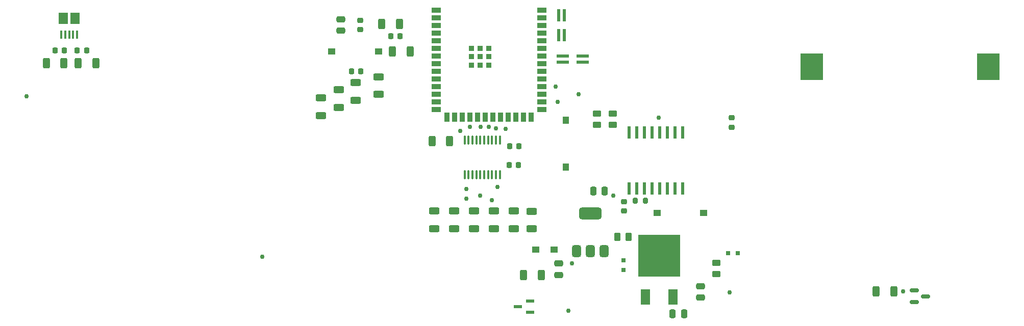
<source format=gbr>
%TF.GenerationSoftware,KiCad,Pcbnew,8.0.6*%
%TF.CreationDate,2024-11-20T22:12:31-08:00*%
%TF.ProjectId,SleepBud,536c6565-7042-4756-942e-6b696361645f,rev?*%
%TF.SameCoordinates,Original*%
%TF.FileFunction,Paste,Top*%
%TF.FilePolarity,Positive*%
%FSLAX46Y46*%
G04 Gerber Fmt 4.6, Leading zero omitted, Abs format (unit mm)*
G04 Created by KiCad (PCBNEW 8.0.6) date 2024-11-20 22:12:31*
%MOMM*%
%LPD*%
G01*
G04 APERTURE LIST*
G04 Aperture macros list*
%AMRoundRect*
0 Rectangle with rounded corners*
0 $1 Rounding radius*
0 $2 $3 $4 $5 $6 $7 $8 $9 X,Y pos of 4 corners*
0 Add a 4 corners polygon primitive as box body*
4,1,4,$2,$3,$4,$5,$6,$7,$8,$9,$2,$3,0*
0 Add four circle primitives for the rounded corners*
1,1,$1+$1,$2,$3*
1,1,$1+$1,$4,$5*
1,1,$1+$1,$6,$7*
1,1,$1+$1,$8,$9*
0 Add four rect primitives between the rounded corners*
20,1,$1+$1,$2,$3,$4,$5,0*
20,1,$1+$1,$4,$5,$6,$7,0*
20,1,$1+$1,$6,$7,$8,$9,0*
20,1,$1+$1,$8,$9,$2,$3,0*%
G04 Aperture macros list end*
%ADD10R,0.900000X0.900000*%
%ADD11R,1.500000X0.900000*%
%ADD12R,0.900000X1.500000*%
%ADD13C,0.750000*%
%ADD14R,0.800000X0.800000*%
%ADD15R,1.500000X2.500000*%
%ADD16R,7.000000X7.000000*%
%ADD17R,1.320800X0.558800*%
%ADD18RoundRect,0.225000X-0.250000X0.225000X-0.250000X-0.225000X0.250000X-0.225000X0.250000X0.225000X0*%
%ADD19RoundRect,0.250000X-0.312500X-0.625000X0.312500X-0.625000X0.312500X0.625000X-0.312500X0.625000X0*%
%ADD20RoundRect,0.225000X-0.225000X-0.250000X0.225000X-0.250000X0.225000X0.250000X-0.225000X0.250000X0*%
%ADD21RoundRect,0.250000X0.625000X-0.312500X0.625000X0.312500X-0.625000X0.312500X-0.625000X-0.312500X0*%
%ADD22RoundRect,0.250000X0.450000X-0.262500X0.450000X0.262500X-0.450000X0.262500X-0.450000X-0.262500X0*%
%ADD23RoundRect,0.250000X-0.625000X0.312500X-0.625000X-0.312500X0.625000X-0.312500X0.625000X0.312500X0*%
%ADD24R,1.250000X1.000000*%
%ADD25R,0.500000X2.000000*%
%ADD26R,1.143000X1.092200*%
%ADD27RoundRect,0.250000X-0.250000X-0.475000X0.250000X-0.475000X0.250000X0.475000X-0.250000X0.475000X0*%
%ADD28RoundRect,0.100000X-0.100000X0.637500X-0.100000X-0.637500X0.100000X-0.637500X0.100000X0.637500X0*%
%ADD29RoundRect,0.250000X0.312500X0.625000X-0.312500X0.625000X-0.312500X-0.625000X0.312500X-0.625000X0*%
%ADD30R,1.000000X1.250000*%
%ADD31R,0.400000X1.350000*%
%ADD32R,1.500000X1.900000*%
%ADD33R,2.000000X0.500000*%
%ADD34RoundRect,0.225000X0.225000X0.250000X-0.225000X0.250000X-0.225000X-0.250000X0.225000X-0.250000X0*%
%ADD35RoundRect,0.200000X-0.200000X-0.275000X0.200000X-0.275000X0.200000X0.275000X-0.200000X0.275000X0*%
%ADD36RoundRect,0.250000X-0.450000X0.262500X-0.450000X-0.262500X0.450000X-0.262500X0.450000X0.262500X0*%
%ADD37RoundRect,0.250000X-0.475000X0.250000X-0.475000X-0.250000X0.475000X-0.250000X0.475000X0.250000X0*%
%ADD38RoundRect,0.073750X0.221250X-0.951250X0.221250X0.951250X-0.221250X0.951250X-0.221250X-0.951250X0*%
%ADD39R,3.810000X4.495800*%
%ADD40RoundRect,0.375000X0.375000X-0.625000X0.375000X0.625000X-0.375000X0.625000X-0.375000X-0.625000X0*%
%ADD41RoundRect,0.500000X1.400000X-0.500000X1.400000X0.500000X-1.400000X0.500000X-1.400000X-0.500000X0*%
%ADD42RoundRect,0.250000X0.262500X0.450000X-0.262500X0.450000X-0.262500X-0.450000X0.262500X-0.450000X0*%
%ADD43RoundRect,0.150000X-0.587500X-0.150000X0.587500X-0.150000X0.587500X0.150000X-0.587500X0.150000X0*%
G04 APERTURE END LIST*
D10*
%TO.C,U3*%
X133380000Y-61590000D03*
X133380000Y-62990000D03*
X133380000Y-64390000D03*
X134780000Y-61590000D03*
X134780000Y-62990000D03*
X134780000Y-64390000D03*
X136180000Y-61590000D03*
X136180000Y-62990000D03*
X136180000Y-64390000D03*
D11*
X127530000Y-55270000D03*
X127530000Y-56540000D03*
X127530000Y-57810000D03*
X127530000Y-59080000D03*
X127530000Y-60350000D03*
X127530000Y-61620000D03*
X127530000Y-62890000D03*
X127530000Y-64160000D03*
X127530000Y-65430000D03*
X127530000Y-66700000D03*
X127530000Y-67970000D03*
X127530000Y-69240000D03*
X127530000Y-70510000D03*
X127530000Y-71780000D03*
D12*
X129295000Y-73030000D03*
X130565000Y-73030000D03*
X131835000Y-73030000D03*
X133105000Y-73030000D03*
X134375000Y-73030000D03*
X135645000Y-73030000D03*
X136915000Y-73030000D03*
X138185000Y-73030000D03*
X139455000Y-73030000D03*
X140725000Y-73030000D03*
X141995000Y-73030000D03*
X143265000Y-73030000D03*
D11*
X145030000Y-71780000D03*
X145030000Y-70510000D03*
X145030000Y-69240000D03*
X145030000Y-67970000D03*
X145030000Y-66700000D03*
X145030000Y-65430000D03*
X145030000Y-64160000D03*
X145030000Y-62890000D03*
X145030000Y-61620000D03*
X145030000Y-60350000D03*
X145030000Y-59080000D03*
X145030000Y-57810000D03*
X145030000Y-56540000D03*
X145030000Y-55270000D03*
%TD*%
D13*
%TO.C,TP16*%
X139000000Y-75012500D03*
%TD*%
D14*
%TO.C,D80*%
X158600000Y-98400000D03*
X158600000Y-96800000D03*
%TD*%
D15*
%TO.C,U2*%
X162190000Y-102880000D03*
D16*
X164490000Y-96030000D03*
D15*
X166790000Y-102880000D03*
%TD*%
D17*
%TO.C,Q1*%
X143100000Y-105500000D03*
X143100000Y-103569600D03*
X141068000Y-104534800D03*
%TD*%
D18*
%TO.C,C6*%
X114870000Y-56925000D03*
X114870000Y-58475000D03*
%TD*%
D19*
%TO.C,R3*%
X120217500Y-62090000D03*
X123142500Y-62090000D03*
%TD*%
D13*
%TO.C,TP4*%
X136700000Y-86800000D03*
%TD*%
%TO.C,TP10*%
X59530000Y-69570000D03*
%TD*%
D20*
%TO.C,C14*%
X139615000Y-80980000D03*
X141165000Y-80980000D03*
%TD*%
D19*
%TO.C,R1*%
X142017500Y-99290000D03*
X144942500Y-99290000D03*
%TD*%
D14*
%TO.C,D79*%
X177500000Y-95600000D03*
X175900000Y-95600000D03*
%TD*%
D21*
%TO.C,R10*%
X108400000Y-72745000D03*
X108400000Y-69820000D03*
%TD*%
D22*
%TO.C,R11*%
X154140000Y-74272500D03*
X154140000Y-72447500D03*
%TD*%
D23*
%TO.C,R19*%
X130478272Y-88642500D03*
X130478272Y-91567500D03*
%TD*%
D13*
%TO.C,TP13*%
X147660000Y-70500000D03*
%TD*%
%TO.C,TP22*%
X164390000Y-73140000D03*
%TD*%
D18*
%TO.C,C11*%
X158620000Y-87095000D03*
X158620000Y-88645000D03*
%TD*%
D24*
%TO.C,SW2*%
X171900000Y-88980000D03*
X164150000Y-88980000D03*
%TD*%
D13*
%TO.C,TP5*%
X137650000Y-84650000D03*
%TD*%
D20*
%TO.C,C9*%
X67935000Y-61930000D03*
X69485000Y-61930000D03*
%TD*%
D13*
%TO.C,TP20*%
X133100000Y-74600000D03*
%TD*%
%TO.C,TP8*%
X156920000Y-86050000D03*
%TD*%
D20*
%TO.C,C8*%
X113435000Y-65390000D03*
X114985000Y-65390000D03*
%TD*%
D18*
%TO.C,C12*%
X176490000Y-73140000D03*
X176490000Y-74690000D03*
%TD*%
D25*
%TO.C,JP1*%
X147780000Y-59370000D03*
X147780000Y-56070000D03*
X148780000Y-59370000D03*
X148780000Y-56070000D03*
%TD*%
D24*
%TO.C,SW1*%
X110175000Y-62110000D03*
X117925000Y-62110000D03*
%TD*%
D26*
%TO.C,CR1*%
X147096700Y-95040000D03*
X144023300Y-95040000D03*
%TD*%
D20*
%TO.C,C7*%
X119925000Y-59600000D03*
X121475000Y-59600000D03*
%TD*%
D19*
%TO.C,R2*%
X118457500Y-57510000D03*
X121382500Y-57510000D03*
%TD*%
D27*
%TO.C,C3*%
X166740000Y-105730000D03*
X168640000Y-105730000D03*
%TD*%
D19*
%TO.C,R8*%
X62777500Y-64100000D03*
X65702500Y-64100000D03*
%TD*%
D13*
%TO.C,TP18*%
X136200000Y-74600000D03*
%TD*%
D28*
%TO.C,U5*%
X138068272Y-76880000D03*
X137418272Y-76880000D03*
X136768272Y-76880000D03*
X136118272Y-76880000D03*
X135468272Y-76880000D03*
X134818272Y-76880000D03*
X134168272Y-76880000D03*
X133518272Y-76880000D03*
X132868272Y-76880000D03*
X132218272Y-76880000D03*
X132218272Y-82605000D03*
X132868272Y-82605000D03*
X133518272Y-82605000D03*
X134168272Y-82605000D03*
X134818272Y-82605000D03*
X135468272Y-82605000D03*
X136118272Y-82605000D03*
X136768272Y-82605000D03*
X137418272Y-82605000D03*
X138068272Y-82605000D03*
%TD*%
D20*
%TO.C,C13*%
X139685000Y-77860000D03*
X141235000Y-77860000D03*
%TD*%
D22*
%TO.C,R12*%
X156830000Y-74272500D03*
X156830000Y-72447500D03*
%TD*%
D29*
%TO.C,R14*%
X129712500Y-77000000D03*
X126787500Y-77000000D03*
%TD*%
D30*
%TO.C,SW7*%
X149020000Y-81300000D03*
X149020000Y-73550000D03*
%TD*%
D23*
%TO.C,R20*%
X127188272Y-88642500D03*
X127188272Y-91567500D03*
%TD*%
D13*
%TO.C,TP19*%
X134900000Y-74600000D03*
%TD*%
%TO.C,TP2*%
X132470000Y-86600000D03*
%TD*%
D31*
%TO.C,J2*%
X67890000Y-59312500D03*
X67240000Y-59312500D03*
X66590000Y-59312500D03*
X65940000Y-59312500D03*
X65290000Y-59312500D03*
D32*
X67590000Y-56612500D03*
X65590000Y-56612500D03*
%TD*%
D13*
%TO.C,TP12*%
X204930000Y-101980000D03*
%TD*%
D33*
%TO.C,JP3*%
X148510000Y-62900000D03*
X151810000Y-62900000D03*
X148510000Y-63900000D03*
X151810000Y-63900000D03*
%TD*%
D34*
%TO.C,C10*%
X65770000Y-61930000D03*
X64220000Y-61930000D03*
%TD*%
D35*
%TO.C,R13*%
X160560000Y-86940000D03*
X162210000Y-86940000D03*
%TD*%
D23*
%TO.C,R16*%
X140348272Y-88642500D03*
X140348272Y-91567500D03*
%TD*%
D36*
%TO.C,R22*%
X174000000Y-97287500D03*
X174000000Y-99112500D03*
%TD*%
D37*
%TO.C,C1*%
X147860000Y-97340000D03*
X147860000Y-99240000D03*
%TD*%
D13*
%TO.C,TP6*%
X149410000Y-105190000D03*
%TD*%
D38*
%TO.C,U4*%
X159480000Y-84880000D03*
X160750000Y-84880000D03*
X162020000Y-84880000D03*
X163290000Y-84880000D03*
X164560000Y-84880000D03*
X165830000Y-84880000D03*
X167100000Y-84880000D03*
X168370000Y-84880000D03*
X168370000Y-75570000D03*
X167100000Y-75570000D03*
X165830000Y-75570000D03*
X164560000Y-75570000D03*
X163290000Y-75570000D03*
X162020000Y-75570000D03*
X160750000Y-75570000D03*
X159480000Y-75570000D03*
%TD*%
D13*
%TO.C,TP15*%
X147350000Y-67970000D03*
%TD*%
D27*
%TO.C,C2*%
X153540000Y-85280000D03*
X155440000Y-85280000D03*
%TD*%
D13*
%TO.C,TP9*%
X149980000Y-97340000D03*
%TD*%
%TO.C,TP11*%
X98630000Y-96210000D03*
%TD*%
D37*
%TO.C,C5*%
X111650000Y-56760000D03*
X111650000Y-58660000D03*
%TD*%
D13*
%TO.C,TP7*%
X176210000Y-102190000D03*
%TD*%
D39*
%TO.C,BT1*%
X189771795Y-64680000D03*
X219068205Y-64680000D03*
%TD*%
D13*
%TO.C,TP3*%
X134800000Y-86100000D03*
%TD*%
%TO.C,TP14*%
X151150000Y-69240000D03*
%TD*%
D19*
%TO.C,R4*%
X200510000Y-101980000D03*
X203435000Y-101980000D03*
%TD*%
D40*
%TO.C,U1*%
X150740000Y-95320000D03*
X153040000Y-95320000D03*
D41*
X153040000Y-89020000D03*
D40*
X155340000Y-95320000D03*
%TD*%
D23*
%TO.C,R18*%
X133768272Y-88642500D03*
X133768272Y-91567500D03*
%TD*%
%TO.C,R15*%
X143368272Y-88667500D03*
X143368272Y-91592500D03*
%TD*%
D42*
%TO.C,R21*%
X159412500Y-92900000D03*
X157587500Y-92900000D03*
%TD*%
D13*
%TO.C,TP21*%
X131500000Y-75300000D03*
%TD*%
%TO.C,TP1*%
X132490000Y-84930000D03*
%TD*%
D29*
%TO.C,R5*%
X71002500Y-64050000D03*
X68077500Y-64050000D03*
%TD*%
D21*
%TO.C,R7*%
X114140000Y-70232500D03*
X114140000Y-67307500D03*
%TD*%
D13*
%TO.C,TP17*%
X137400000Y-74900000D03*
%TD*%
D21*
%TO.C,R9*%
X111310000Y-71422500D03*
X111310000Y-68497500D03*
%TD*%
D23*
%TO.C,R17*%
X137058272Y-88642500D03*
X137058272Y-91567500D03*
%TD*%
D21*
%TO.C,R6*%
X117910000Y-69262500D03*
X117910000Y-66337500D03*
%TD*%
D43*
%TO.C,Q2*%
X206820000Y-101850000D03*
X206820000Y-103750000D03*
X208695000Y-102800000D03*
%TD*%
D37*
%TO.C,C4*%
X171320000Y-101140000D03*
X171320000Y-103040000D03*
%TD*%
M02*

</source>
